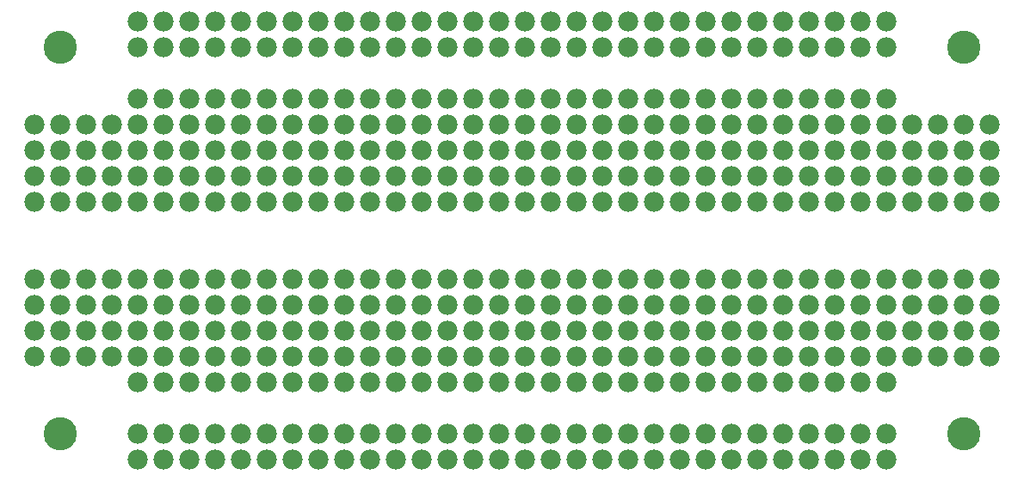
<source format=gbr>
G04 EAGLE Gerber RS-274X export*
G75*
%MOMM*%
%FSLAX34Y34*%
%LPD*%
%INSoldermask Top*%
%IPPOS*%
%AMOC8*
5,1,8,0,0,1.08239X$1,22.5*%
G01*
%ADD10C,3.276600*%
%ADD11C,1.981200*%


D10*
X939800Y431800D03*
X939800Y50800D03*
X50800Y431800D03*
X50800Y50800D03*
D11*
X279400Y50800D03*
X304800Y50800D03*
X330200Y50800D03*
X355600Y50800D03*
X381000Y50800D03*
X228600Y279400D03*
X228600Y304800D03*
X228600Y330200D03*
X228600Y355600D03*
X228600Y381000D03*
X254000Y279400D03*
X254000Y304800D03*
X254000Y330200D03*
X254000Y355600D03*
X254000Y381000D03*
X279400Y279400D03*
X279400Y304800D03*
X279400Y330200D03*
X279400Y355600D03*
X279400Y381000D03*
X304800Y279400D03*
X304800Y304800D03*
X304800Y330200D03*
X304800Y355600D03*
X304800Y381000D03*
X330200Y279400D03*
X330200Y304800D03*
X330200Y330200D03*
X330200Y355600D03*
X330200Y381000D03*
X355600Y279400D03*
X355600Y304800D03*
X355600Y330200D03*
X355600Y355600D03*
X355600Y381000D03*
X381000Y279400D03*
X381000Y304800D03*
X381000Y330200D03*
X381000Y355600D03*
X381000Y381000D03*
X406400Y279400D03*
X406400Y304800D03*
X406400Y330200D03*
X406400Y355600D03*
X406400Y381000D03*
X431800Y279400D03*
X431800Y304800D03*
X431800Y330200D03*
X431800Y355600D03*
X431800Y381000D03*
X457200Y279400D03*
X457200Y304800D03*
X457200Y330200D03*
X457200Y355600D03*
X457200Y381000D03*
X406400Y50800D03*
X431800Y50800D03*
X457200Y50800D03*
X482600Y50800D03*
X508000Y50800D03*
X482600Y279400D03*
X482600Y304800D03*
X482600Y330200D03*
X482600Y355600D03*
X482600Y381000D03*
X508000Y279400D03*
X508000Y304800D03*
X508000Y330200D03*
X508000Y355600D03*
X508000Y381000D03*
X533400Y279400D03*
X533400Y304800D03*
X533400Y330200D03*
X533400Y355600D03*
X533400Y381000D03*
X558800Y279400D03*
X558800Y304800D03*
X558800Y330200D03*
X558800Y355600D03*
X558800Y381000D03*
X584200Y279400D03*
X584200Y304800D03*
X584200Y330200D03*
X584200Y355600D03*
X584200Y381000D03*
X609600Y279400D03*
X609600Y304800D03*
X609600Y330200D03*
X609600Y355600D03*
X609600Y381000D03*
X635000Y279400D03*
X635000Y304800D03*
X635000Y330200D03*
X635000Y355600D03*
X635000Y381000D03*
X533400Y50800D03*
X558800Y50800D03*
X584200Y50800D03*
X609600Y50800D03*
X635000Y50800D03*
X660400Y50800D03*
X685800Y50800D03*
X711200Y50800D03*
X736600Y50800D03*
X762000Y50800D03*
X152400Y431800D03*
X177800Y431800D03*
X203200Y431800D03*
X228600Y431800D03*
X254000Y431800D03*
X279400Y431800D03*
X304800Y431800D03*
X330200Y431800D03*
X355600Y431800D03*
X381000Y431800D03*
X406400Y431800D03*
X431800Y431800D03*
X457200Y431800D03*
X482600Y431800D03*
X508000Y431800D03*
X533400Y431800D03*
X558800Y431800D03*
X584200Y431800D03*
X609600Y431800D03*
X635000Y431800D03*
X152400Y25400D03*
X177800Y25400D03*
X203200Y25400D03*
X228600Y25400D03*
X254000Y25400D03*
X660400Y431800D03*
X685800Y431800D03*
X711200Y431800D03*
X736600Y431800D03*
X762000Y431800D03*
X152400Y457200D03*
X177800Y457200D03*
X203200Y457200D03*
X228600Y457200D03*
X254000Y457200D03*
X279400Y457200D03*
X304800Y457200D03*
X330200Y457200D03*
X355600Y457200D03*
X381000Y457200D03*
X406400Y457200D03*
X431800Y457200D03*
X457200Y457200D03*
X482600Y457200D03*
X508000Y457200D03*
X533400Y457200D03*
X558800Y457200D03*
X584200Y457200D03*
X609600Y457200D03*
X635000Y457200D03*
X660400Y457200D03*
X685800Y457200D03*
X711200Y457200D03*
X736600Y457200D03*
X762000Y457200D03*
X279400Y25400D03*
X304800Y25400D03*
X330200Y25400D03*
X355600Y25400D03*
X381000Y25400D03*
X406400Y25400D03*
X431800Y25400D03*
X457200Y25400D03*
X482600Y25400D03*
X508000Y25400D03*
X533400Y25400D03*
X558800Y25400D03*
X584200Y25400D03*
X609600Y25400D03*
X635000Y25400D03*
X660400Y25400D03*
X685800Y25400D03*
X711200Y25400D03*
X736600Y25400D03*
X762000Y25400D03*
X127000Y101600D03*
X127000Y127000D03*
X127000Y152400D03*
X127000Y177800D03*
X127000Y203200D03*
X152400Y101600D03*
X152400Y127000D03*
X152400Y152400D03*
X152400Y177800D03*
X152400Y203200D03*
X177800Y101600D03*
X177800Y127000D03*
X177800Y152400D03*
X177800Y177800D03*
X177800Y203200D03*
X203200Y101600D03*
X203200Y127000D03*
X203200Y152400D03*
X203200Y177800D03*
X203200Y203200D03*
X228600Y101600D03*
X228600Y127000D03*
X228600Y152400D03*
X228600Y177800D03*
X228600Y203200D03*
X254000Y101600D03*
X254000Y127000D03*
X254000Y152400D03*
X254000Y177800D03*
X254000Y203200D03*
X279400Y101600D03*
X279400Y127000D03*
X279400Y152400D03*
X279400Y177800D03*
X279400Y203200D03*
X304800Y101600D03*
X304800Y127000D03*
X304800Y152400D03*
X304800Y177800D03*
X304800Y203200D03*
X330200Y101600D03*
X330200Y127000D03*
X330200Y152400D03*
X330200Y177800D03*
X330200Y203200D03*
X355600Y101600D03*
X355600Y127000D03*
X355600Y152400D03*
X355600Y177800D03*
X355600Y203200D03*
X381000Y101600D03*
X381000Y127000D03*
X381000Y152400D03*
X381000Y177800D03*
X381000Y203200D03*
X406400Y101600D03*
X406400Y127000D03*
X406400Y152400D03*
X406400Y177800D03*
X406400Y203200D03*
X431800Y101600D03*
X431800Y127000D03*
X431800Y152400D03*
X431800Y177800D03*
X431800Y203200D03*
X457200Y101600D03*
X457200Y127000D03*
X457200Y152400D03*
X457200Y177800D03*
X457200Y203200D03*
X482600Y101600D03*
X482600Y127000D03*
X482600Y152400D03*
X482600Y177800D03*
X482600Y203200D03*
X508000Y101600D03*
X508000Y127000D03*
X508000Y152400D03*
X508000Y177800D03*
X508000Y203200D03*
X533400Y101600D03*
X533400Y127000D03*
X533400Y152400D03*
X533400Y177800D03*
X533400Y203200D03*
X558800Y101600D03*
X558800Y127000D03*
X558800Y152400D03*
X558800Y177800D03*
X558800Y203200D03*
X584200Y101600D03*
X584200Y127000D03*
X584200Y152400D03*
X584200Y177800D03*
X584200Y203200D03*
X609600Y101600D03*
X609600Y127000D03*
X609600Y152400D03*
X609600Y177800D03*
X609600Y203200D03*
X635000Y101600D03*
X635000Y127000D03*
X635000Y152400D03*
X635000Y177800D03*
X635000Y203200D03*
X660400Y101600D03*
X660400Y127000D03*
X660400Y152400D03*
X660400Y177800D03*
X660400Y203200D03*
X685800Y101600D03*
X685800Y127000D03*
X685800Y152400D03*
X685800Y177800D03*
X685800Y203200D03*
X711200Y101600D03*
X711200Y127000D03*
X711200Y152400D03*
X711200Y177800D03*
X711200Y203200D03*
X736600Y101600D03*
X736600Y127000D03*
X736600Y152400D03*
X736600Y177800D03*
X736600Y203200D03*
X762000Y101600D03*
X762000Y127000D03*
X762000Y152400D03*
X762000Y177800D03*
X762000Y203200D03*
X787400Y101600D03*
X787400Y127000D03*
X787400Y152400D03*
X787400Y177800D03*
X787400Y203200D03*
X152400Y50800D03*
X177800Y50800D03*
X203200Y50800D03*
X228600Y50800D03*
X254000Y50800D03*
X127000Y279400D03*
X127000Y304800D03*
X127000Y330200D03*
X127000Y355600D03*
X127000Y381000D03*
X152400Y279400D03*
X152400Y304800D03*
X152400Y330200D03*
X152400Y355600D03*
X152400Y381000D03*
X177800Y279400D03*
X177800Y304800D03*
X177800Y330200D03*
X177800Y355600D03*
X177800Y381000D03*
X203200Y279400D03*
X203200Y304800D03*
X203200Y330200D03*
X203200Y355600D03*
X203200Y381000D03*
X660400Y279400D03*
X660400Y304800D03*
X660400Y330200D03*
X660400Y355600D03*
X660400Y381000D03*
X685800Y279400D03*
X685800Y304800D03*
X685800Y330200D03*
X685800Y355600D03*
X685800Y381000D03*
X711200Y279400D03*
X711200Y304800D03*
X711200Y330200D03*
X711200Y355600D03*
X711200Y381000D03*
X736600Y279400D03*
X736600Y304800D03*
X736600Y330200D03*
X736600Y355600D03*
X736600Y381000D03*
X762000Y279400D03*
X762000Y304800D03*
X762000Y330200D03*
X762000Y355600D03*
X762000Y381000D03*
X787400Y279400D03*
X787400Y304800D03*
X787400Y330200D03*
X787400Y355600D03*
X787400Y381000D03*
X787400Y431800D03*
X787400Y457200D03*
X889000Y279400D03*
X889000Y304800D03*
X889000Y330200D03*
X889000Y355600D03*
X914400Y279400D03*
X914400Y304800D03*
X914400Y330200D03*
X914400Y355600D03*
X939800Y279400D03*
X939800Y304800D03*
X939800Y330200D03*
X939800Y355600D03*
X965200Y279400D03*
X965200Y304800D03*
X965200Y330200D03*
X965200Y355600D03*
X787400Y25400D03*
X787400Y50800D03*
X889000Y127000D03*
X889000Y152400D03*
X889000Y177800D03*
X889000Y203200D03*
X914400Y127000D03*
X914400Y152400D03*
X914400Y177800D03*
X914400Y203200D03*
X939800Y127000D03*
X939800Y152400D03*
X939800Y177800D03*
X939800Y203200D03*
X965200Y127000D03*
X965200Y152400D03*
X965200Y177800D03*
X965200Y203200D03*
X127000Y431800D03*
X127000Y457200D03*
X25400Y279400D03*
X25400Y304800D03*
X25400Y330200D03*
X25400Y355600D03*
X50800Y279400D03*
X50800Y304800D03*
X50800Y330200D03*
X50800Y355600D03*
X76200Y279400D03*
X76200Y304800D03*
X76200Y330200D03*
X76200Y355600D03*
X101600Y279400D03*
X101600Y304800D03*
X101600Y330200D03*
X101600Y355600D03*
X127000Y25400D03*
X127000Y50800D03*
X25400Y127000D03*
X25400Y152400D03*
X25400Y177800D03*
X25400Y203200D03*
X50800Y127000D03*
X50800Y152400D03*
X50800Y177800D03*
X50800Y203200D03*
X76200Y127000D03*
X76200Y152400D03*
X76200Y177800D03*
X76200Y203200D03*
X101600Y127000D03*
X101600Y152400D03*
X101600Y177800D03*
X101600Y203200D03*
X812800Y101600D03*
X812800Y127000D03*
X812800Y152400D03*
X812800Y177800D03*
X812800Y203200D03*
X838200Y101600D03*
X838200Y127000D03*
X838200Y152400D03*
X838200Y177800D03*
X838200Y203200D03*
X863600Y101600D03*
X863600Y127000D03*
X863600Y152400D03*
X863600Y177800D03*
X863600Y203200D03*
X812800Y279400D03*
X812800Y304800D03*
X812800Y330200D03*
X812800Y355600D03*
X812800Y381000D03*
X838200Y279400D03*
X838200Y304800D03*
X838200Y330200D03*
X838200Y355600D03*
X838200Y381000D03*
X863600Y279400D03*
X863600Y304800D03*
X863600Y330200D03*
X863600Y355600D03*
X863600Y381000D03*
X812800Y50800D03*
X838200Y50800D03*
X863600Y50800D03*
X812800Y25400D03*
X838200Y25400D03*
X863600Y25400D03*
X812800Y457200D03*
X838200Y457200D03*
X863600Y457200D03*
X812800Y431800D03*
X838200Y431800D03*
X863600Y431800D03*
M02*

</source>
